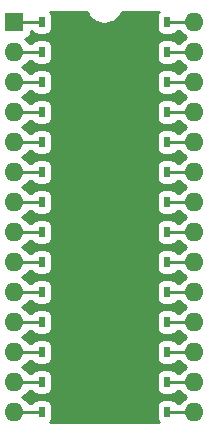
<source format=gbr>
G04 #@! TF.GenerationSoftware,KiCad,Pcbnew,(5.1.6)-1*
G04 #@! TF.CreationDate,2020-12-06T15:05:41+11:00*
G04 #@! TF.ProjectId,EAadaptor,45416164-6170-4746-9f72-2e6b69636164,rev?*
G04 #@! TF.SameCoordinates,Original*
G04 #@! TF.FileFunction,Copper,L2,Bot*
G04 #@! TF.FilePolarity,Positive*
%FSLAX46Y46*%
G04 Gerber Fmt 4.6, Leading zero omitted, Abs format (unit mm)*
G04 Created by KiCad (PCBNEW (5.1.6)-1) date 2020-12-06 15:05:41*
%MOMM*%
%LPD*%
G01*
G04 APERTURE LIST*
G04 #@! TA.AperFunction,ComponentPad*
%ADD10O,1.600000X1.600000*%
G04 #@! TD*
G04 #@! TA.AperFunction,ComponentPad*
%ADD11R,1.600000X1.600000*%
G04 #@! TD*
G04 #@! TA.AperFunction,SMDPad,CuDef*
%ADD12R,0.500000X0.900000*%
G04 #@! TD*
G04 #@! TA.AperFunction,Conductor*
%ADD13C,0.250000*%
G04 #@! TD*
G04 #@! TA.AperFunction,Conductor*
%ADD14C,0.254000*%
G04 #@! TD*
G04 APERTURE END LIST*
D10*
X153416000Y-78486000D03*
X138176000Y-111506000D03*
X153416000Y-81026000D03*
X138176000Y-108966000D03*
X153416000Y-83566000D03*
X138176000Y-106426000D03*
X153416000Y-86106000D03*
X138176000Y-103886000D03*
X153416000Y-88646000D03*
X138176000Y-101346000D03*
X153416000Y-91186000D03*
X138176000Y-98806000D03*
X153416000Y-93726000D03*
X138176000Y-96266000D03*
X153416000Y-96266000D03*
X138176000Y-93726000D03*
X153416000Y-98806000D03*
X138176000Y-91186000D03*
X153416000Y-101346000D03*
X138176000Y-88646000D03*
X153416000Y-103886000D03*
X138176000Y-86106000D03*
X153416000Y-106426000D03*
X138176000Y-83566000D03*
X153416000Y-108966000D03*
X138176000Y-81026000D03*
X153416000Y-111506000D03*
D11*
X138176000Y-78486000D03*
D12*
X149618000Y-78486000D03*
X151118000Y-78486000D03*
X141974000Y-111506000D03*
X140474000Y-111506000D03*
X151118000Y-81026000D03*
X149618000Y-81026000D03*
X149618000Y-83566000D03*
X151118000Y-83566000D03*
X151118000Y-86106000D03*
X149618000Y-86106000D03*
X149618000Y-88646000D03*
X151118000Y-88646000D03*
X151118000Y-91186000D03*
X149618000Y-91186000D03*
X149618000Y-93726000D03*
X151118000Y-93726000D03*
X151118000Y-96266000D03*
X149618000Y-96266000D03*
X149618000Y-98806000D03*
X151118000Y-98806000D03*
X151118000Y-101346000D03*
X149618000Y-101346000D03*
X149618000Y-103886000D03*
X151118000Y-103886000D03*
X151118000Y-106426000D03*
X149618000Y-106426000D03*
X149618000Y-108966000D03*
X151118000Y-108966000D03*
X151118000Y-111506000D03*
X149618000Y-111506000D03*
X140474000Y-108966000D03*
X141974000Y-108966000D03*
X141974000Y-106426000D03*
X140474000Y-106426000D03*
X140474000Y-103886000D03*
X141974000Y-103886000D03*
X141974000Y-101346000D03*
X140474000Y-101346000D03*
X140474000Y-98806000D03*
X141974000Y-98806000D03*
X141974000Y-96266000D03*
X140474000Y-96266000D03*
X140474000Y-93726000D03*
X141974000Y-93726000D03*
X141974000Y-91186000D03*
X140474000Y-91186000D03*
X140474000Y-88646000D03*
X141974000Y-88646000D03*
X141974000Y-86106000D03*
X140474000Y-86106000D03*
X140474000Y-83566000D03*
X141974000Y-83566000D03*
X141974000Y-81026000D03*
X140474000Y-81026000D03*
X140474000Y-78486000D03*
X141974000Y-78486000D03*
D13*
X153416000Y-81026000D02*
X151118000Y-81026000D01*
X153416000Y-83566000D02*
X151118000Y-83566000D01*
X153416000Y-86106000D02*
X151118000Y-86106000D01*
X153416000Y-88646000D02*
X151118000Y-88646000D01*
X153416000Y-91186000D02*
X151118000Y-91186000D01*
X153416000Y-93726000D02*
X151118000Y-93726000D01*
X153416000Y-96266000D02*
X151118000Y-96266000D01*
X153416000Y-98806000D02*
X151118000Y-98806000D01*
X153416000Y-101346000D02*
X151118000Y-101346000D01*
X153416000Y-103886000D02*
X151118000Y-103886000D01*
X153416000Y-106426000D02*
X151118000Y-106426000D01*
X153416000Y-108966000D02*
X151118000Y-108966000D01*
X153416000Y-111506000D02*
X151118000Y-111506000D01*
X138176000Y-108966000D02*
X140474000Y-108966000D01*
X138176000Y-106426000D02*
X140474000Y-106426000D01*
X138176000Y-103886000D02*
X140474000Y-103886000D01*
X138176000Y-101346000D02*
X140474000Y-101346000D01*
X138176000Y-98806000D02*
X140474000Y-98806000D01*
X138176000Y-96266000D02*
X140474000Y-96266000D01*
X138176000Y-93726000D02*
X140474000Y-93726000D01*
X138176000Y-91186000D02*
X140474000Y-91186000D01*
X138176000Y-88646000D02*
X140474000Y-88646000D01*
X138176000Y-86106000D02*
X140474000Y-86106000D01*
X138176000Y-83566000D02*
X140474000Y-83566000D01*
X138176000Y-81026000D02*
X140474000Y-81026000D01*
X138176000Y-78486000D02*
X140474000Y-78486000D01*
X138176000Y-111506000D02*
X140474000Y-111506000D01*
X151118000Y-78486000D02*
X153416000Y-78486000D01*
D14*
G36*
X144279414Y-77672099D02*
G01*
X144283797Y-77680205D01*
X144379324Y-77853966D01*
X144413130Y-77903338D01*
X144446221Y-77953144D01*
X144452095Y-77960245D01*
X144579552Y-78112142D01*
X144622263Y-78153968D01*
X144664441Y-78196442D01*
X144671583Y-78202266D01*
X144826116Y-78326515D01*
X144876170Y-78359269D01*
X144925765Y-78392722D01*
X144933901Y-78397048D01*
X145109625Y-78488914D01*
X145165078Y-78511318D01*
X145220233Y-78534503D01*
X145229055Y-78537166D01*
X145419276Y-78593151D01*
X145478010Y-78604355D01*
X145536633Y-78616389D01*
X145545805Y-78617288D01*
X145743277Y-78635259D01*
X145803094Y-78634841D01*
X145862911Y-78635259D01*
X145872083Y-78634359D01*
X146069284Y-78613632D01*
X146127834Y-78601613D01*
X146186639Y-78590396D01*
X146195461Y-78587732D01*
X146384882Y-78529097D01*
X146440009Y-78505924D01*
X146495492Y-78483507D01*
X146503629Y-78479181D01*
X146678052Y-78384870D01*
X146727636Y-78351425D01*
X146777699Y-78318665D01*
X146784840Y-78312841D01*
X146937624Y-78186446D01*
X146979744Y-78144031D01*
X147022513Y-78102149D01*
X147028387Y-78095048D01*
X147153711Y-77941386D01*
X147186803Y-77891577D01*
X147220610Y-77842205D01*
X147224993Y-77834098D01*
X147318084Y-77659020D01*
X147333342Y-77622000D01*
X150386298Y-77622000D01*
X150337463Y-77681506D01*
X150278498Y-77791820D01*
X150242188Y-77911518D01*
X150229928Y-78036000D01*
X150229928Y-78936000D01*
X150242188Y-79060482D01*
X150278498Y-79180180D01*
X150337463Y-79290494D01*
X150416815Y-79387185D01*
X150513506Y-79466537D01*
X150623820Y-79525502D01*
X150743518Y-79561812D01*
X150868000Y-79574072D01*
X151368000Y-79574072D01*
X151492482Y-79561812D01*
X151612180Y-79525502D01*
X151722494Y-79466537D01*
X151819185Y-79387185D01*
X151898537Y-79290494D01*
X151922320Y-79246000D01*
X152197957Y-79246000D01*
X152301363Y-79400759D01*
X152501241Y-79600637D01*
X152733759Y-79756000D01*
X152501241Y-79911363D01*
X152301363Y-80111241D01*
X152197957Y-80266000D01*
X151922320Y-80266000D01*
X151898537Y-80221506D01*
X151819185Y-80124815D01*
X151722494Y-80045463D01*
X151612180Y-79986498D01*
X151492482Y-79950188D01*
X151368000Y-79937928D01*
X150868000Y-79937928D01*
X150743518Y-79950188D01*
X150623820Y-79986498D01*
X150513506Y-80045463D01*
X150416815Y-80124815D01*
X150337463Y-80221506D01*
X150278498Y-80331820D01*
X150242188Y-80451518D01*
X150229928Y-80576000D01*
X150229928Y-81476000D01*
X150242188Y-81600482D01*
X150278498Y-81720180D01*
X150337463Y-81830494D01*
X150416815Y-81927185D01*
X150513506Y-82006537D01*
X150623820Y-82065502D01*
X150743518Y-82101812D01*
X150868000Y-82114072D01*
X151368000Y-82114072D01*
X151492482Y-82101812D01*
X151612180Y-82065502D01*
X151722494Y-82006537D01*
X151819185Y-81927185D01*
X151898537Y-81830494D01*
X151922320Y-81786000D01*
X152197957Y-81786000D01*
X152301363Y-81940759D01*
X152501241Y-82140637D01*
X152733759Y-82296000D01*
X152501241Y-82451363D01*
X152301363Y-82651241D01*
X152197957Y-82806000D01*
X151922320Y-82806000D01*
X151898537Y-82761506D01*
X151819185Y-82664815D01*
X151722494Y-82585463D01*
X151612180Y-82526498D01*
X151492482Y-82490188D01*
X151368000Y-82477928D01*
X150868000Y-82477928D01*
X150743518Y-82490188D01*
X150623820Y-82526498D01*
X150513506Y-82585463D01*
X150416815Y-82664815D01*
X150337463Y-82761506D01*
X150278498Y-82871820D01*
X150242188Y-82991518D01*
X150229928Y-83116000D01*
X150229928Y-84016000D01*
X150242188Y-84140482D01*
X150278498Y-84260180D01*
X150337463Y-84370494D01*
X150416815Y-84467185D01*
X150513506Y-84546537D01*
X150623820Y-84605502D01*
X150743518Y-84641812D01*
X150868000Y-84654072D01*
X151368000Y-84654072D01*
X151492482Y-84641812D01*
X151612180Y-84605502D01*
X151722494Y-84546537D01*
X151819185Y-84467185D01*
X151898537Y-84370494D01*
X151922320Y-84326000D01*
X152197957Y-84326000D01*
X152301363Y-84480759D01*
X152501241Y-84680637D01*
X152733759Y-84836000D01*
X152501241Y-84991363D01*
X152301363Y-85191241D01*
X152197957Y-85346000D01*
X151922320Y-85346000D01*
X151898537Y-85301506D01*
X151819185Y-85204815D01*
X151722494Y-85125463D01*
X151612180Y-85066498D01*
X151492482Y-85030188D01*
X151368000Y-85017928D01*
X150868000Y-85017928D01*
X150743518Y-85030188D01*
X150623820Y-85066498D01*
X150513506Y-85125463D01*
X150416815Y-85204815D01*
X150337463Y-85301506D01*
X150278498Y-85411820D01*
X150242188Y-85531518D01*
X150229928Y-85656000D01*
X150229928Y-86556000D01*
X150242188Y-86680482D01*
X150278498Y-86800180D01*
X150337463Y-86910494D01*
X150416815Y-87007185D01*
X150513506Y-87086537D01*
X150623820Y-87145502D01*
X150743518Y-87181812D01*
X150868000Y-87194072D01*
X151368000Y-87194072D01*
X151492482Y-87181812D01*
X151612180Y-87145502D01*
X151722494Y-87086537D01*
X151819185Y-87007185D01*
X151898537Y-86910494D01*
X151922320Y-86866000D01*
X152197957Y-86866000D01*
X152301363Y-87020759D01*
X152501241Y-87220637D01*
X152733759Y-87376000D01*
X152501241Y-87531363D01*
X152301363Y-87731241D01*
X152197957Y-87886000D01*
X151922320Y-87886000D01*
X151898537Y-87841506D01*
X151819185Y-87744815D01*
X151722494Y-87665463D01*
X151612180Y-87606498D01*
X151492482Y-87570188D01*
X151368000Y-87557928D01*
X150868000Y-87557928D01*
X150743518Y-87570188D01*
X150623820Y-87606498D01*
X150513506Y-87665463D01*
X150416815Y-87744815D01*
X150337463Y-87841506D01*
X150278498Y-87951820D01*
X150242188Y-88071518D01*
X150229928Y-88196000D01*
X150229928Y-89096000D01*
X150242188Y-89220482D01*
X150278498Y-89340180D01*
X150337463Y-89450494D01*
X150416815Y-89547185D01*
X150513506Y-89626537D01*
X150623820Y-89685502D01*
X150743518Y-89721812D01*
X150868000Y-89734072D01*
X151368000Y-89734072D01*
X151492482Y-89721812D01*
X151612180Y-89685502D01*
X151722494Y-89626537D01*
X151819185Y-89547185D01*
X151898537Y-89450494D01*
X151922320Y-89406000D01*
X152197957Y-89406000D01*
X152301363Y-89560759D01*
X152501241Y-89760637D01*
X152733759Y-89916000D01*
X152501241Y-90071363D01*
X152301363Y-90271241D01*
X152197957Y-90426000D01*
X151922320Y-90426000D01*
X151898537Y-90381506D01*
X151819185Y-90284815D01*
X151722494Y-90205463D01*
X151612180Y-90146498D01*
X151492482Y-90110188D01*
X151368000Y-90097928D01*
X150868000Y-90097928D01*
X150743518Y-90110188D01*
X150623820Y-90146498D01*
X150513506Y-90205463D01*
X150416815Y-90284815D01*
X150337463Y-90381506D01*
X150278498Y-90491820D01*
X150242188Y-90611518D01*
X150229928Y-90736000D01*
X150229928Y-91636000D01*
X150242188Y-91760482D01*
X150278498Y-91880180D01*
X150337463Y-91990494D01*
X150416815Y-92087185D01*
X150513506Y-92166537D01*
X150623820Y-92225502D01*
X150743518Y-92261812D01*
X150868000Y-92274072D01*
X151368000Y-92274072D01*
X151492482Y-92261812D01*
X151612180Y-92225502D01*
X151722494Y-92166537D01*
X151819185Y-92087185D01*
X151898537Y-91990494D01*
X151922320Y-91946000D01*
X152197957Y-91946000D01*
X152301363Y-92100759D01*
X152501241Y-92300637D01*
X152733759Y-92456000D01*
X152501241Y-92611363D01*
X152301363Y-92811241D01*
X152197957Y-92966000D01*
X151922320Y-92966000D01*
X151898537Y-92921506D01*
X151819185Y-92824815D01*
X151722494Y-92745463D01*
X151612180Y-92686498D01*
X151492482Y-92650188D01*
X151368000Y-92637928D01*
X150868000Y-92637928D01*
X150743518Y-92650188D01*
X150623820Y-92686498D01*
X150513506Y-92745463D01*
X150416815Y-92824815D01*
X150337463Y-92921506D01*
X150278498Y-93031820D01*
X150242188Y-93151518D01*
X150229928Y-93276000D01*
X150229928Y-94176000D01*
X150242188Y-94300482D01*
X150278498Y-94420180D01*
X150337463Y-94530494D01*
X150416815Y-94627185D01*
X150513506Y-94706537D01*
X150623820Y-94765502D01*
X150743518Y-94801812D01*
X150868000Y-94814072D01*
X151368000Y-94814072D01*
X151492482Y-94801812D01*
X151612180Y-94765502D01*
X151722494Y-94706537D01*
X151819185Y-94627185D01*
X151898537Y-94530494D01*
X151922320Y-94486000D01*
X152197957Y-94486000D01*
X152301363Y-94640759D01*
X152501241Y-94840637D01*
X152733759Y-94996000D01*
X152501241Y-95151363D01*
X152301363Y-95351241D01*
X152197957Y-95506000D01*
X151922320Y-95506000D01*
X151898537Y-95461506D01*
X151819185Y-95364815D01*
X151722494Y-95285463D01*
X151612180Y-95226498D01*
X151492482Y-95190188D01*
X151368000Y-95177928D01*
X150868000Y-95177928D01*
X150743518Y-95190188D01*
X150623820Y-95226498D01*
X150513506Y-95285463D01*
X150416815Y-95364815D01*
X150337463Y-95461506D01*
X150278498Y-95571820D01*
X150242188Y-95691518D01*
X150229928Y-95816000D01*
X150229928Y-96716000D01*
X150242188Y-96840482D01*
X150278498Y-96960180D01*
X150337463Y-97070494D01*
X150416815Y-97167185D01*
X150513506Y-97246537D01*
X150623820Y-97305502D01*
X150743518Y-97341812D01*
X150868000Y-97354072D01*
X151368000Y-97354072D01*
X151492482Y-97341812D01*
X151612180Y-97305502D01*
X151722494Y-97246537D01*
X151819185Y-97167185D01*
X151898537Y-97070494D01*
X151922320Y-97026000D01*
X152197957Y-97026000D01*
X152301363Y-97180759D01*
X152501241Y-97380637D01*
X152733759Y-97536000D01*
X152501241Y-97691363D01*
X152301363Y-97891241D01*
X152197957Y-98046000D01*
X151922320Y-98046000D01*
X151898537Y-98001506D01*
X151819185Y-97904815D01*
X151722494Y-97825463D01*
X151612180Y-97766498D01*
X151492482Y-97730188D01*
X151368000Y-97717928D01*
X150868000Y-97717928D01*
X150743518Y-97730188D01*
X150623820Y-97766498D01*
X150513506Y-97825463D01*
X150416815Y-97904815D01*
X150337463Y-98001506D01*
X150278498Y-98111820D01*
X150242188Y-98231518D01*
X150229928Y-98356000D01*
X150229928Y-99256000D01*
X150242188Y-99380482D01*
X150278498Y-99500180D01*
X150337463Y-99610494D01*
X150416815Y-99707185D01*
X150513506Y-99786537D01*
X150623820Y-99845502D01*
X150743518Y-99881812D01*
X150868000Y-99894072D01*
X151368000Y-99894072D01*
X151492482Y-99881812D01*
X151612180Y-99845502D01*
X151722494Y-99786537D01*
X151819185Y-99707185D01*
X151898537Y-99610494D01*
X151922320Y-99566000D01*
X152197957Y-99566000D01*
X152301363Y-99720759D01*
X152501241Y-99920637D01*
X152733759Y-100076000D01*
X152501241Y-100231363D01*
X152301363Y-100431241D01*
X152197957Y-100586000D01*
X151922320Y-100586000D01*
X151898537Y-100541506D01*
X151819185Y-100444815D01*
X151722494Y-100365463D01*
X151612180Y-100306498D01*
X151492482Y-100270188D01*
X151368000Y-100257928D01*
X150868000Y-100257928D01*
X150743518Y-100270188D01*
X150623820Y-100306498D01*
X150513506Y-100365463D01*
X150416815Y-100444815D01*
X150337463Y-100541506D01*
X150278498Y-100651820D01*
X150242188Y-100771518D01*
X150229928Y-100896000D01*
X150229928Y-101796000D01*
X150242188Y-101920482D01*
X150278498Y-102040180D01*
X150337463Y-102150494D01*
X150416815Y-102247185D01*
X150513506Y-102326537D01*
X150623820Y-102385502D01*
X150743518Y-102421812D01*
X150868000Y-102434072D01*
X151368000Y-102434072D01*
X151492482Y-102421812D01*
X151612180Y-102385502D01*
X151722494Y-102326537D01*
X151819185Y-102247185D01*
X151898537Y-102150494D01*
X151922320Y-102106000D01*
X152197957Y-102106000D01*
X152301363Y-102260759D01*
X152501241Y-102460637D01*
X152733759Y-102616000D01*
X152501241Y-102771363D01*
X152301363Y-102971241D01*
X152197957Y-103126000D01*
X151922320Y-103126000D01*
X151898537Y-103081506D01*
X151819185Y-102984815D01*
X151722494Y-102905463D01*
X151612180Y-102846498D01*
X151492482Y-102810188D01*
X151368000Y-102797928D01*
X150868000Y-102797928D01*
X150743518Y-102810188D01*
X150623820Y-102846498D01*
X150513506Y-102905463D01*
X150416815Y-102984815D01*
X150337463Y-103081506D01*
X150278498Y-103191820D01*
X150242188Y-103311518D01*
X150229928Y-103436000D01*
X150229928Y-104336000D01*
X150242188Y-104460482D01*
X150278498Y-104580180D01*
X150337463Y-104690494D01*
X150416815Y-104787185D01*
X150513506Y-104866537D01*
X150623820Y-104925502D01*
X150743518Y-104961812D01*
X150868000Y-104974072D01*
X151368000Y-104974072D01*
X151492482Y-104961812D01*
X151612180Y-104925502D01*
X151722494Y-104866537D01*
X151819185Y-104787185D01*
X151898537Y-104690494D01*
X151922320Y-104646000D01*
X152197957Y-104646000D01*
X152301363Y-104800759D01*
X152501241Y-105000637D01*
X152733759Y-105156000D01*
X152501241Y-105311363D01*
X152301363Y-105511241D01*
X152197957Y-105666000D01*
X151922320Y-105666000D01*
X151898537Y-105621506D01*
X151819185Y-105524815D01*
X151722494Y-105445463D01*
X151612180Y-105386498D01*
X151492482Y-105350188D01*
X151368000Y-105337928D01*
X150868000Y-105337928D01*
X150743518Y-105350188D01*
X150623820Y-105386498D01*
X150513506Y-105445463D01*
X150416815Y-105524815D01*
X150337463Y-105621506D01*
X150278498Y-105731820D01*
X150242188Y-105851518D01*
X150229928Y-105976000D01*
X150229928Y-106876000D01*
X150242188Y-107000482D01*
X150278498Y-107120180D01*
X150337463Y-107230494D01*
X150416815Y-107327185D01*
X150513506Y-107406537D01*
X150623820Y-107465502D01*
X150743518Y-107501812D01*
X150868000Y-107514072D01*
X151368000Y-107514072D01*
X151492482Y-107501812D01*
X151612180Y-107465502D01*
X151722494Y-107406537D01*
X151819185Y-107327185D01*
X151898537Y-107230494D01*
X151922320Y-107186000D01*
X152197957Y-107186000D01*
X152301363Y-107340759D01*
X152501241Y-107540637D01*
X152733759Y-107696000D01*
X152501241Y-107851363D01*
X152301363Y-108051241D01*
X152197957Y-108206000D01*
X151922320Y-108206000D01*
X151898537Y-108161506D01*
X151819185Y-108064815D01*
X151722494Y-107985463D01*
X151612180Y-107926498D01*
X151492482Y-107890188D01*
X151368000Y-107877928D01*
X150868000Y-107877928D01*
X150743518Y-107890188D01*
X150623820Y-107926498D01*
X150513506Y-107985463D01*
X150416815Y-108064815D01*
X150337463Y-108161506D01*
X150278498Y-108271820D01*
X150242188Y-108391518D01*
X150229928Y-108516000D01*
X150229928Y-109416000D01*
X150242188Y-109540482D01*
X150278498Y-109660180D01*
X150337463Y-109770494D01*
X150416815Y-109867185D01*
X150513506Y-109946537D01*
X150623820Y-110005502D01*
X150743518Y-110041812D01*
X150868000Y-110054072D01*
X151368000Y-110054072D01*
X151492482Y-110041812D01*
X151612180Y-110005502D01*
X151722494Y-109946537D01*
X151819185Y-109867185D01*
X151898537Y-109770494D01*
X151922320Y-109726000D01*
X152197957Y-109726000D01*
X152301363Y-109880759D01*
X152501241Y-110080637D01*
X152733759Y-110236000D01*
X152501241Y-110391363D01*
X152301363Y-110591241D01*
X152197957Y-110746000D01*
X151922320Y-110746000D01*
X151898537Y-110701506D01*
X151819185Y-110604815D01*
X151722494Y-110525463D01*
X151612180Y-110466498D01*
X151492482Y-110430188D01*
X151368000Y-110417928D01*
X150868000Y-110417928D01*
X150743518Y-110430188D01*
X150623820Y-110466498D01*
X150513506Y-110525463D01*
X150416815Y-110604815D01*
X150337463Y-110701506D01*
X150278498Y-110811820D01*
X150242188Y-110931518D01*
X150229928Y-111056000D01*
X150229928Y-111956000D01*
X150242188Y-112080482D01*
X150278498Y-112200180D01*
X150337463Y-112310494D01*
X150386298Y-112370000D01*
X141205702Y-112370000D01*
X141254537Y-112310494D01*
X141313502Y-112200180D01*
X141349812Y-112080482D01*
X141362072Y-111956000D01*
X141362072Y-111056000D01*
X141349812Y-110931518D01*
X141313502Y-110811820D01*
X141254537Y-110701506D01*
X141175185Y-110604815D01*
X141078494Y-110525463D01*
X140968180Y-110466498D01*
X140848482Y-110430188D01*
X140724000Y-110417928D01*
X140224000Y-110417928D01*
X140099518Y-110430188D01*
X139979820Y-110466498D01*
X139869506Y-110525463D01*
X139772815Y-110604815D01*
X139693463Y-110701506D01*
X139669680Y-110746000D01*
X139394043Y-110746000D01*
X139290637Y-110591241D01*
X139090759Y-110391363D01*
X138858241Y-110236000D01*
X139090759Y-110080637D01*
X139290637Y-109880759D01*
X139394043Y-109726000D01*
X139669680Y-109726000D01*
X139693463Y-109770494D01*
X139772815Y-109867185D01*
X139869506Y-109946537D01*
X139979820Y-110005502D01*
X140099518Y-110041812D01*
X140224000Y-110054072D01*
X140724000Y-110054072D01*
X140848482Y-110041812D01*
X140968180Y-110005502D01*
X141078494Y-109946537D01*
X141175185Y-109867185D01*
X141254537Y-109770494D01*
X141313502Y-109660180D01*
X141349812Y-109540482D01*
X141362072Y-109416000D01*
X141362072Y-108516000D01*
X141349812Y-108391518D01*
X141313502Y-108271820D01*
X141254537Y-108161506D01*
X141175185Y-108064815D01*
X141078494Y-107985463D01*
X140968180Y-107926498D01*
X140848482Y-107890188D01*
X140724000Y-107877928D01*
X140224000Y-107877928D01*
X140099518Y-107890188D01*
X139979820Y-107926498D01*
X139869506Y-107985463D01*
X139772815Y-108064815D01*
X139693463Y-108161506D01*
X139669680Y-108206000D01*
X139394043Y-108206000D01*
X139290637Y-108051241D01*
X139090759Y-107851363D01*
X138858241Y-107696000D01*
X139090759Y-107540637D01*
X139290637Y-107340759D01*
X139394043Y-107186000D01*
X139669680Y-107186000D01*
X139693463Y-107230494D01*
X139772815Y-107327185D01*
X139869506Y-107406537D01*
X139979820Y-107465502D01*
X140099518Y-107501812D01*
X140224000Y-107514072D01*
X140724000Y-107514072D01*
X140848482Y-107501812D01*
X140968180Y-107465502D01*
X141078494Y-107406537D01*
X141175185Y-107327185D01*
X141254537Y-107230494D01*
X141313502Y-107120180D01*
X141349812Y-107000482D01*
X141362072Y-106876000D01*
X141362072Y-105976000D01*
X141349812Y-105851518D01*
X141313502Y-105731820D01*
X141254537Y-105621506D01*
X141175185Y-105524815D01*
X141078494Y-105445463D01*
X140968180Y-105386498D01*
X140848482Y-105350188D01*
X140724000Y-105337928D01*
X140224000Y-105337928D01*
X140099518Y-105350188D01*
X139979820Y-105386498D01*
X139869506Y-105445463D01*
X139772815Y-105524815D01*
X139693463Y-105621506D01*
X139669680Y-105666000D01*
X139394043Y-105666000D01*
X139290637Y-105511241D01*
X139090759Y-105311363D01*
X138858241Y-105156000D01*
X139090759Y-105000637D01*
X139290637Y-104800759D01*
X139394043Y-104646000D01*
X139669680Y-104646000D01*
X139693463Y-104690494D01*
X139772815Y-104787185D01*
X139869506Y-104866537D01*
X139979820Y-104925502D01*
X140099518Y-104961812D01*
X140224000Y-104974072D01*
X140724000Y-104974072D01*
X140848482Y-104961812D01*
X140968180Y-104925502D01*
X141078494Y-104866537D01*
X141175185Y-104787185D01*
X141254537Y-104690494D01*
X141313502Y-104580180D01*
X141349812Y-104460482D01*
X141362072Y-104336000D01*
X141362072Y-103436000D01*
X141349812Y-103311518D01*
X141313502Y-103191820D01*
X141254537Y-103081506D01*
X141175185Y-102984815D01*
X141078494Y-102905463D01*
X140968180Y-102846498D01*
X140848482Y-102810188D01*
X140724000Y-102797928D01*
X140224000Y-102797928D01*
X140099518Y-102810188D01*
X139979820Y-102846498D01*
X139869506Y-102905463D01*
X139772815Y-102984815D01*
X139693463Y-103081506D01*
X139669680Y-103126000D01*
X139394043Y-103126000D01*
X139290637Y-102971241D01*
X139090759Y-102771363D01*
X138858241Y-102616000D01*
X139090759Y-102460637D01*
X139290637Y-102260759D01*
X139394043Y-102106000D01*
X139669680Y-102106000D01*
X139693463Y-102150494D01*
X139772815Y-102247185D01*
X139869506Y-102326537D01*
X139979820Y-102385502D01*
X140099518Y-102421812D01*
X140224000Y-102434072D01*
X140724000Y-102434072D01*
X140848482Y-102421812D01*
X140968180Y-102385502D01*
X141078494Y-102326537D01*
X141175185Y-102247185D01*
X141254537Y-102150494D01*
X141313502Y-102040180D01*
X141349812Y-101920482D01*
X141362072Y-101796000D01*
X141362072Y-100896000D01*
X141349812Y-100771518D01*
X141313502Y-100651820D01*
X141254537Y-100541506D01*
X141175185Y-100444815D01*
X141078494Y-100365463D01*
X140968180Y-100306498D01*
X140848482Y-100270188D01*
X140724000Y-100257928D01*
X140224000Y-100257928D01*
X140099518Y-100270188D01*
X139979820Y-100306498D01*
X139869506Y-100365463D01*
X139772815Y-100444815D01*
X139693463Y-100541506D01*
X139669680Y-100586000D01*
X139394043Y-100586000D01*
X139290637Y-100431241D01*
X139090759Y-100231363D01*
X138858241Y-100076000D01*
X139090759Y-99920637D01*
X139290637Y-99720759D01*
X139394043Y-99566000D01*
X139669680Y-99566000D01*
X139693463Y-99610494D01*
X139772815Y-99707185D01*
X139869506Y-99786537D01*
X139979820Y-99845502D01*
X140099518Y-99881812D01*
X140224000Y-99894072D01*
X140724000Y-99894072D01*
X140848482Y-99881812D01*
X140968180Y-99845502D01*
X141078494Y-99786537D01*
X141175185Y-99707185D01*
X141254537Y-99610494D01*
X141313502Y-99500180D01*
X141349812Y-99380482D01*
X141362072Y-99256000D01*
X141362072Y-98356000D01*
X141349812Y-98231518D01*
X141313502Y-98111820D01*
X141254537Y-98001506D01*
X141175185Y-97904815D01*
X141078494Y-97825463D01*
X140968180Y-97766498D01*
X140848482Y-97730188D01*
X140724000Y-97717928D01*
X140224000Y-97717928D01*
X140099518Y-97730188D01*
X139979820Y-97766498D01*
X139869506Y-97825463D01*
X139772815Y-97904815D01*
X139693463Y-98001506D01*
X139669680Y-98046000D01*
X139394043Y-98046000D01*
X139290637Y-97891241D01*
X139090759Y-97691363D01*
X138858241Y-97536000D01*
X139090759Y-97380637D01*
X139290637Y-97180759D01*
X139394043Y-97026000D01*
X139669680Y-97026000D01*
X139693463Y-97070494D01*
X139772815Y-97167185D01*
X139869506Y-97246537D01*
X139979820Y-97305502D01*
X140099518Y-97341812D01*
X140224000Y-97354072D01*
X140724000Y-97354072D01*
X140848482Y-97341812D01*
X140968180Y-97305502D01*
X141078494Y-97246537D01*
X141175185Y-97167185D01*
X141254537Y-97070494D01*
X141313502Y-96960180D01*
X141349812Y-96840482D01*
X141362072Y-96716000D01*
X141362072Y-95816000D01*
X141349812Y-95691518D01*
X141313502Y-95571820D01*
X141254537Y-95461506D01*
X141175185Y-95364815D01*
X141078494Y-95285463D01*
X140968180Y-95226498D01*
X140848482Y-95190188D01*
X140724000Y-95177928D01*
X140224000Y-95177928D01*
X140099518Y-95190188D01*
X139979820Y-95226498D01*
X139869506Y-95285463D01*
X139772815Y-95364815D01*
X139693463Y-95461506D01*
X139669680Y-95506000D01*
X139394043Y-95506000D01*
X139290637Y-95351241D01*
X139090759Y-95151363D01*
X138858241Y-94996000D01*
X139090759Y-94840637D01*
X139290637Y-94640759D01*
X139394043Y-94486000D01*
X139669680Y-94486000D01*
X139693463Y-94530494D01*
X139772815Y-94627185D01*
X139869506Y-94706537D01*
X139979820Y-94765502D01*
X140099518Y-94801812D01*
X140224000Y-94814072D01*
X140724000Y-94814072D01*
X140848482Y-94801812D01*
X140968180Y-94765502D01*
X141078494Y-94706537D01*
X141175185Y-94627185D01*
X141254537Y-94530494D01*
X141313502Y-94420180D01*
X141349812Y-94300482D01*
X141362072Y-94176000D01*
X141362072Y-93276000D01*
X141349812Y-93151518D01*
X141313502Y-93031820D01*
X141254537Y-92921506D01*
X141175185Y-92824815D01*
X141078494Y-92745463D01*
X140968180Y-92686498D01*
X140848482Y-92650188D01*
X140724000Y-92637928D01*
X140224000Y-92637928D01*
X140099518Y-92650188D01*
X139979820Y-92686498D01*
X139869506Y-92745463D01*
X139772815Y-92824815D01*
X139693463Y-92921506D01*
X139669680Y-92966000D01*
X139394043Y-92966000D01*
X139290637Y-92811241D01*
X139090759Y-92611363D01*
X138858241Y-92456000D01*
X139090759Y-92300637D01*
X139290637Y-92100759D01*
X139394043Y-91946000D01*
X139669680Y-91946000D01*
X139693463Y-91990494D01*
X139772815Y-92087185D01*
X139869506Y-92166537D01*
X139979820Y-92225502D01*
X140099518Y-92261812D01*
X140224000Y-92274072D01*
X140724000Y-92274072D01*
X140848482Y-92261812D01*
X140968180Y-92225502D01*
X141078494Y-92166537D01*
X141175185Y-92087185D01*
X141254537Y-91990494D01*
X141313502Y-91880180D01*
X141349812Y-91760482D01*
X141362072Y-91636000D01*
X141362072Y-90736000D01*
X141349812Y-90611518D01*
X141313502Y-90491820D01*
X141254537Y-90381506D01*
X141175185Y-90284815D01*
X141078494Y-90205463D01*
X140968180Y-90146498D01*
X140848482Y-90110188D01*
X140724000Y-90097928D01*
X140224000Y-90097928D01*
X140099518Y-90110188D01*
X139979820Y-90146498D01*
X139869506Y-90205463D01*
X139772815Y-90284815D01*
X139693463Y-90381506D01*
X139669680Y-90426000D01*
X139394043Y-90426000D01*
X139290637Y-90271241D01*
X139090759Y-90071363D01*
X138858241Y-89916000D01*
X139090759Y-89760637D01*
X139290637Y-89560759D01*
X139394043Y-89406000D01*
X139669680Y-89406000D01*
X139693463Y-89450494D01*
X139772815Y-89547185D01*
X139869506Y-89626537D01*
X139979820Y-89685502D01*
X140099518Y-89721812D01*
X140224000Y-89734072D01*
X140724000Y-89734072D01*
X140848482Y-89721812D01*
X140968180Y-89685502D01*
X141078494Y-89626537D01*
X141175185Y-89547185D01*
X141254537Y-89450494D01*
X141313502Y-89340180D01*
X141349812Y-89220482D01*
X141362072Y-89096000D01*
X141362072Y-88196000D01*
X141349812Y-88071518D01*
X141313502Y-87951820D01*
X141254537Y-87841506D01*
X141175185Y-87744815D01*
X141078494Y-87665463D01*
X140968180Y-87606498D01*
X140848482Y-87570188D01*
X140724000Y-87557928D01*
X140224000Y-87557928D01*
X140099518Y-87570188D01*
X139979820Y-87606498D01*
X139869506Y-87665463D01*
X139772815Y-87744815D01*
X139693463Y-87841506D01*
X139669680Y-87886000D01*
X139394043Y-87886000D01*
X139290637Y-87731241D01*
X139090759Y-87531363D01*
X138858241Y-87376000D01*
X139090759Y-87220637D01*
X139290637Y-87020759D01*
X139394043Y-86866000D01*
X139669680Y-86866000D01*
X139693463Y-86910494D01*
X139772815Y-87007185D01*
X139869506Y-87086537D01*
X139979820Y-87145502D01*
X140099518Y-87181812D01*
X140224000Y-87194072D01*
X140724000Y-87194072D01*
X140848482Y-87181812D01*
X140968180Y-87145502D01*
X141078494Y-87086537D01*
X141175185Y-87007185D01*
X141254537Y-86910494D01*
X141313502Y-86800180D01*
X141349812Y-86680482D01*
X141362072Y-86556000D01*
X141362072Y-85656000D01*
X141349812Y-85531518D01*
X141313502Y-85411820D01*
X141254537Y-85301506D01*
X141175185Y-85204815D01*
X141078494Y-85125463D01*
X140968180Y-85066498D01*
X140848482Y-85030188D01*
X140724000Y-85017928D01*
X140224000Y-85017928D01*
X140099518Y-85030188D01*
X139979820Y-85066498D01*
X139869506Y-85125463D01*
X139772815Y-85204815D01*
X139693463Y-85301506D01*
X139669680Y-85346000D01*
X139394043Y-85346000D01*
X139290637Y-85191241D01*
X139090759Y-84991363D01*
X138858241Y-84836000D01*
X139090759Y-84680637D01*
X139290637Y-84480759D01*
X139394043Y-84326000D01*
X139669680Y-84326000D01*
X139693463Y-84370494D01*
X139772815Y-84467185D01*
X139869506Y-84546537D01*
X139979820Y-84605502D01*
X140099518Y-84641812D01*
X140224000Y-84654072D01*
X140724000Y-84654072D01*
X140848482Y-84641812D01*
X140968180Y-84605502D01*
X141078494Y-84546537D01*
X141175185Y-84467185D01*
X141254537Y-84370494D01*
X141313502Y-84260180D01*
X141349812Y-84140482D01*
X141362072Y-84016000D01*
X141362072Y-83116000D01*
X141349812Y-82991518D01*
X141313502Y-82871820D01*
X141254537Y-82761506D01*
X141175185Y-82664815D01*
X141078494Y-82585463D01*
X140968180Y-82526498D01*
X140848482Y-82490188D01*
X140724000Y-82477928D01*
X140224000Y-82477928D01*
X140099518Y-82490188D01*
X139979820Y-82526498D01*
X139869506Y-82585463D01*
X139772815Y-82664815D01*
X139693463Y-82761506D01*
X139669680Y-82806000D01*
X139394043Y-82806000D01*
X139290637Y-82651241D01*
X139090759Y-82451363D01*
X138858241Y-82296000D01*
X139090759Y-82140637D01*
X139290637Y-81940759D01*
X139394043Y-81786000D01*
X139669680Y-81786000D01*
X139693463Y-81830494D01*
X139772815Y-81927185D01*
X139869506Y-82006537D01*
X139979820Y-82065502D01*
X140099518Y-82101812D01*
X140224000Y-82114072D01*
X140724000Y-82114072D01*
X140848482Y-82101812D01*
X140968180Y-82065502D01*
X141078494Y-82006537D01*
X141175185Y-81927185D01*
X141254537Y-81830494D01*
X141313502Y-81720180D01*
X141349812Y-81600482D01*
X141362072Y-81476000D01*
X141362072Y-80576000D01*
X141349812Y-80451518D01*
X141313502Y-80331820D01*
X141254537Y-80221506D01*
X141175185Y-80124815D01*
X141078494Y-80045463D01*
X140968180Y-79986498D01*
X140848482Y-79950188D01*
X140724000Y-79937928D01*
X140224000Y-79937928D01*
X140099518Y-79950188D01*
X139979820Y-79986498D01*
X139869506Y-80045463D01*
X139772815Y-80124815D01*
X139693463Y-80221506D01*
X139669680Y-80266000D01*
X139394043Y-80266000D01*
X139290637Y-80111241D01*
X139092039Y-79912643D01*
X139100482Y-79911812D01*
X139220180Y-79875502D01*
X139330494Y-79816537D01*
X139427185Y-79737185D01*
X139506537Y-79640494D01*
X139565502Y-79530180D01*
X139601812Y-79410482D01*
X139614072Y-79286000D01*
X139614072Y-79246000D01*
X139669680Y-79246000D01*
X139693463Y-79290494D01*
X139772815Y-79387185D01*
X139869506Y-79466537D01*
X139979820Y-79525502D01*
X140099518Y-79561812D01*
X140224000Y-79574072D01*
X140724000Y-79574072D01*
X140848482Y-79561812D01*
X140968180Y-79525502D01*
X141078494Y-79466537D01*
X141175185Y-79387185D01*
X141254537Y-79290494D01*
X141313502Y-79180180D01*
X141349812Y-79060482D01*
X141362072Y-78936000D01*
X141362072Y-78036000D01*
X141349812Y-77911518D01*
X141313502Y-77791820D01*
X141254537Y-77681506D01*
X141205702Y-77622000D01*
X144258764Y-77622000D01*
X144279414Y-77672099D01*
G37*
X144279414Y-77672099D02*
X144283797Y-77680205D01*
X144379324Y-77853966D01*
X144413130Y-77903338D01*
X144446221Y-77953144D01*
X144452095Y-77960245D01*
X144579552Y-78112142D01*
X144622263Y-78153968D01*
X144664441Y-78196442D01*
X144671583Y-78202266D01*
X144826116Y-78326515D01*
X144876170Y-78359269D01*
X144925765Y-78392722D01*
X144933901Y-78397048D01*
X145109625Y-78488914D01*
X145165078Y-78511318D01*
X145220233Y-78534503D01*
X145229055Y-78537166D01*
X145419276Y-78593151D01*
X145478010Y-78604355D01*
X145536633Y-78616389D01*
X145545805Y-78617288D01*
X145743277Y-78635259D01*
X145803094Y-78634841D01*
X145862911Y-78635259D01*
X145872083Y-78634359D01*
X146069284Y-78613632D01*
X146127834Y-78601613D01*
X146186639Y-78590396D01*
X146195461Y-78587732D01*
X146384882Y-78529097D01*
X146440009Y-78505924D01*
X146495492Y-78483507D01*
X146503629Y-78479181D01*
X146678052Y-78384870D01*
X146727636Y-78351425D01*
X146777699Y-78318665D01*
X146784840Y-78312841D01*
X146937624Y-78186446D01*
X146979744Y-78144031D01*
X147022513Y-78102149D01*
X147028387Y-78095048D01*
X147153711Y-77941386D01*
X147186803Y-77891577D01*
X147220610Y-77842205D01*
X147224993Y-77834098D01*
X147318084Y-77659020D01*
X147333342Y-77622000D01*
X150386298Y-77622000D01*
X150337463Y-77681506D01*
X150278498Y-77791820D01*
X150242188Y-77911518D01*
X150229928Y-78036000D01*
X150229928Y-78936000D01*
X150242188Y-79060482D01*
X150278498Y-79180180D01*
X150337463Y-79290494D01*
X150416815Y-79387185D01*
X150513506Y-79466537D01*
X150623820Y-79525502D01*
X150743518Y-79561812D01*
X150868000Y-79574072D01*
X151368000Y-79574072D01*
X151492482Y-79561812D01*
X151612180Y-79525502D01*
X151722494Y-79466537D01*
X151819185Y-79387185D01*
X151898537Y-79290494D01*
X151922320Y-79246000D01*
X152197957Y-79246000D01*
X152301363Y-79400759D01*
X152501241Y-79600637D01*
X152733759Y-79756000D01*
X152501241Y-79911363D01*
X152301363Y-80111241D01*
X152197957Y-80266000D01*
X151922320Y-80266000D01*
X151898537Y-80221506D01*
X151819185Y-80124815D01*
X151722494Y-80045463D01*
X151612180Y-79986498D01*
X151492482Y-79950188D01*
X151368000Y-79937928D01*
X150868000Y-79937928D01*
X150743518Y-79950188D01*
X150623820Y-79986498D01*
X150513506Y-80045463D01*
X150416815Y-80124815D01*
X150337463Y-80221506D01*
X150278498Y-80331820D01*
X150242188Y-80451518D01*
X150229928Y-80576000D01*
X150229928Y-81476000D01*
X150242188Y-81600482D01*
X150278498Y-81720180D01*
X150337463Y-81830494D01*
X150416815Y-81927185D01*
X150513506Y-82006537D01*
X150623820Y-82065502D01*
X150743518Y-82101812D01*
X150868000Y-82114072D01*
X151368000Y-82114072D01*
X151492482Y-82101812D01*
X151612180Y-82065502D01*
X151722494Y-82006537D01*
X151819185Y-81927185D01*
X151898537Y-81830494D01*
X151922320Y-81786000D01*
X152197957Y-81786000D01*
X152301363Y-81940759D01*
X152501241Y-82140637D01*
X152733759Y-82296000D01*
X152501241Y-82451363D01*
X152301363Y-82651241D01*
X152197957Y-82806000D01*
X151922320Y-82806000D01*
X151898537Y-82761506D01*
X151819185Y-82664815D01*
X151722494Y-82585463D01*
X151612180Y-82526498D01*
X151492482Y-82490188D01*
X151368000Y-82477928D01*
X150868000Y-82477928D01*
X150743518Y-82490188D01*
X150623820Y-82526498D01*
X150513506Y-82585463D01*
X150416815Y-82664815D01*
X150337463Y-82761506D01*
X150278498Y-82871820D01*
X150242188Y-82991518D01*
X150229928Y-83116000D01*
X150229928Y-84016000D01*
X150242188Y-84140482D01*
X150278498Y-84260180D01*
X150337463Y-84370494D01*
X150416815Y-84467185D01*
X150513506Y-84546537D01*
X150623820Y-84605502D01*
X150743518Y-84641812D01*
X150868000Y-84654072D01*
X151368000Y-84654072D01*
X151492482Y-84641812D01*
X151612180Y-84605502D01*
X151722494Y-84546537D01*
X151819185Y-84467185D01*
X151898537Y-84370494D01*
X151922320Y-84326000D01*
X152197957Y-84326000D01*
X152301363Y-84480759D01*
X152501241Y-84680637D01*
X152733759Y-84836000D01*
X152501241Y-84991363D01*
X152301363Y-85191241D01*
X152197957Y-85346000D01*
X151922320Y-85346000D01*
X151898537Y-85301506D01*
X151819185Y-85204815D01*
X151722494Y-85125463D01*
X151612180Y-85066498D01*
X151492482Y-85030188D01*
X151368000Y-85017928D01*
X150868000Y-85017928D01*
X150743518Y-85030188D01*
X150623820Y-85066498D01*
X150513506Y-85125463D01*
X150416815Y-85204815D01*
X150337463Y-85301506D01*
X150278498Y-85411820D01*
X150242188Y-85531518D01*
X150229928Y-85656000D01*
X150229928Y-86556000D01*
X150242188Y-86680482D01*
X150278498Y-86800180D01*
X150337463Y-86910494D01*
X150416815Y-87007185D01*
X150513506Y-87086537D01*
X150623820Y-87145502D01*
X150743518Y-87181812D01*
X150868000Y-87194072D01*
X151368000Y-87194072D01*
X151492482Y-87181812D01*
X151612180Y-87145502D01*
X151722494Y-87086537D01*
X151819185Y-87007185D01*
X151898537Y-86910494D01*
X151922320Y-86866000D01*
X152197957Y-86866000D01*
X152301363Y-87020759D01*
X152501241Y-87220637D01*
X152733759Y-87376000D01*
X152501241Y-87531363D01*
X152301363Y-87731241D01*
X152197957Y-87886000D01*
X151922320Y-87886000D01*
X151898537Y-87841506D01*
X151819185Y-87744815D01*
X151722494Y-87665463D01*
X151612180Y-87606498D01*
X151492482Y-87570188D01*
X151368000Y-87557928D01*
X150868000Y-87557928D01*
X150743518Y-87570188D01*
X150623820Y-87606498D01*
X150513506Y-87665463D01*
X150416815Y-87744815D01*
X150337463Y-87841506D01*
X150278498Y-87951820D01*
X150242188Y-88071518D01*
X150229928Y-88196000D01*
X150229928Y-89096000D01*
X150242188Y-89220482D01*
X150278498Y-89340180D01*
X150337463Y-89450494D01*
X150416815Y-89547185D01*
X150513506Y-89626537D01*
X150623820Y-89685502D01*
X150743518Y-89721812D01*
X150868000Y-89734072D01*
X151368000Y-89734072D01*
X151492482Y-89721812D01*
X151612180Y-89685502D01*
X151722494Y-89626537D01*
X151819185Y-89547185D01*
X151898537Y-89450494D01*
X151922320Y-89406000D01*
X152197957Y-89406000D01*
X152301363Y-89560759D01*
X152501241Y-89760637D01*
X152733759Y-89916000D01*
X152501241Y-90071363D01*
X152301363Y-90271241D01*
X152197957Y-90426000D01*
X151922320Y-90426000D01*
X151898537Y-90381506D01*
X151819185Y-90284815D01*
X151722494Y-90205463D01*
X151612180Y-90146498D01*
X151492482Y-90110188D01*
X151368000Y-90097928D01*
X150868000Y-90097928D01*
X150743518Y-90110188D01*
X150623820Y-90146498D01*
X150513506Y-90205463D01*
X150416815Y-90284815D01*
X150337463Y-90381506D01*
X150278498Y-90491820D01*
X150242188Y-90611518D01*
X150229928Y-90736000D01*
X150229928Y-91636000D01*
X150242188Y-91760482D01*
X150278498Y-91880180D01*
X150337463Y-91990494D01*
X150416815Y-92087185D01*
X150513506Y-92166537D01*
X150623820Y-92225502D01*
X150743518Y-92261812D01*
X150868000Y-92274072D01*
X151368000Y-92274072D01*
X151492482Y-92261812D01*
X151612180Y-92225502D01*
X151722494Y-92166537D01*
X151819185Y-92087185D01*
X151898537Y-91990494D01*
X151922320Y-91946000D01*
X152197957Y-91946000D01*
X152301363Y-92100759D01*
X152501241Y-92300637D01*
X152733759Y-92456000D01*
X152501241Y-92611363D01*
X152301363Y-92811241D01*
X152197957Y-92966000D01*
X151922320Y-92966000D01*
X151898537Y-92921506D01*
X151819185Y-92824815D01*
X151722494Y-92745463D01*
X151612180Y-92686498D01*
X151492482Y-92650188D01*
X151368000Y-92637928D01*
X150868000Y-92637928D01*
X150743518Y-92650188D01*
X150623820Y-92686498D01*
X150513506Y-92745463D01*
X150416815Y-92824815D01*
X150337463Y-92921506D01*
X150278498Y-93031820D01*
X150242188Y-93151518D01*
X150229928Y-93276000D01*
X150229928Y-94176000D01*
X150242188Y-94300482D01*
X150278498Y-94420180D01*
X150337463Y-94530494D01*
X150416815Y-94627185D01*
X150513506Y-94706537D01*
X150623820Y-94765502D01*
X150743518Y-94801812D01*
X150868000Y-94814072D01*
X151368000Y-94814072D01*
X151492482Y-94801812D01*
X151612180Y-94765502D01*
X151722494Y-94706537D01*
X151819185Y-94627185D01*
X151898537Y-94530494D01*
X151922320Y-94486000D01*
X152197957Y-94486000D01*
X152301363Y-94640759D01*
X152501241Y-94840637D01*
X152733759Y-94996000D01*
X152501241Y-95151363D01*
X152301363Y-95351241D01*
X152197957Y-95506000D01*
X151922320Y-95506000D01*
X151898537Y-95461506D01*
X151819185Y-95364815D01*
X151722494Y-95285463D01*
X151612180Y-95226498D01*
X151492482Y-95190188D01*
X151368000Y-95177928D01*
X150868000Y-95177928D01*
X150743518Y-95190188D01*
X150623820Y-95226498D01*
X150513506Y-95285463D01*
X150416815Y-95364815D01*
X150337463Y-95461506D01*
X150278498Y-95571820D01*
X150242188Y-95691518D01*
X150229928Y-95816000D01*
X150229928Y-96716000D01*
X150242188Y-96840482D01*
X150278498Y-96960180D01*
X150337463Y-97070494D01*
X150416815Y-97167185D01*
X150513506Y-97246537D01*
X150623820Y-97305502D01*
X150743518Y-97341812D01*
X150868000Y-97354072D01*
X151368000Y-97354072D01*
X151492482Y-97341812D01*
X151612180Y-97305502D01*
X151722494Y-97246537D01*
X151819185Y-97167185D01*
X151898537Y-97070494D01*
X151922320Y-97026000D01*
X152197957Y-97026000D01*
X152301363Y-97180759D01*
X152501241Y-97380637D01*
X152733759Y-97536000D01*
X152501241Y-97691363D01*
X152301363Y-97891241D01*
X152197957Y-98046000D01*
X151922320Y-98046000D01*
X151898537Y-98001506D01*
X151819185Y-97904815D01*
X151722494Y-97825463D01*
X151612180Y-97766498D01*
X151492482Y-97730188D01*
X151368000Y-97717928D01*
X150868000Y-97717928D01*
X150743518Y-97730188D01*
X150623820Y-97766498D01*
X150513506Y-97825463D01*
X150416815Y-97904815D01*
X150337463Y-98001506D01*
X150278498Y-98111820D01*
X150242188Y-98231518D01*
X150229928Y-98356000D01*
X150229928Y-99256000D01*
X150242188Y-99380482D01*
X150278498Y-99500180D01*
X150337463Y-99610494D01*
X150416815Y-99707185D01*
X150513506Y-99786537D01*
X150623820Y-99845502D01*
X150743518Y-99881812D01*
X150868000Y-99894072D01*
X151368000Y-99894072D01*
X151492482Y-99881812D01*
X151612180Y-99845502D01*
X151722494Y-99786537D01*
X151819185Y-99707185D01*
X151898537Y-99610494D01*
X151922320Y-99566000D01*
X152197957Y-99566000D01*
X152301363Y-99720759D01*
X152501241Y-99920637D01*
X152733759Y-100076000D01*
X152501241Y-100231363D01*
X152301363Y-100431241D01*
X152197957Y-100586000D01*
X151922320Y-100586000D01*
X151898537Y-100541506D01*
X151819185Y-100444815D01*
X151722494Y-100365463D01*
X151612180Y-100306498D01*
X151492482Y-100270188D01*
X151368000Y-100257928D01*
X150868000Y-100257928D01*
X150743518Y-100270188D01*
X150623820Y-100306498D01*
X150513506Y-100365463D01*
X150416815Y-100444815D01*
X150337463Y-100541506D01*
X150278498Y-100651820D01*
X150242188Y-100771518D01*
X150229928Y-100896000D01*
X150229928Y-101796000D01*
X150242188Y-101920482D01*
X150278498Y-102040180D01*
X150337463Y-102150494D01*
X150416815Y-102247185D01*
X150513506Y-102326537D01*
X150623820Y-102385502D01*
X150743518Y-102421812D01*
X150868000Y-102434072D01*
X151368000Y-102434072D01*
X151492482Y-102421812D01*
X151612180Y-102385502D01*
X151722494Y-102326537D01*
X151819185Y-102247185D01*
X151898537Y-102150494D01*
X151922320Y-102106000D01*
X152197957Y-102106000D01*
X152301363Y-102260759D01*
X152501241Y-102460637D01*
X152733759Y-102616000D01*
X152501241Y-102771363D01*
X152301363Y-102971241D01*
X152197957Y-103126000D01*
X151922320Y-103126000D01*
X151898537Y-103081506D01*
X151819185Y-102984815D01*
X151722494Y-102905463D01*
X151612180Y-102846498D01*
X151492482Y-102810188D01*
X151368000Y-102797928D01*
X150868000Y-102797928D01*
X150743518Y-102810188D01*
X150623820Y-102846498D01*
X150513506Y-102905463D01*
X150416815Y-102984815D01*
X150337463Y-103081506D01*
X150278498Y-103191820D01*
X150242188Y-103311518D01*
X150229928Y-103436000D01*
X150229928Y-104336000D01*
X150242188Y-104460482D01*
X150278498Y-104580180D01*
X150337463Y-104690494D01*
X150416815Y-104787185D01*
X150513506Y-104866537D01*
X150623820Y-104925502D01*
X150743518Y-104961812D01*
X150868000Y-104974072D01*
X151368000Y-104974072D01*
X151492482Y-104961812D01*
X151612180Y-104925502D01*
X151722494Y-104866537D01*
X151819185Y-104787185D01*
X151898537Y-104690494D01*
X151922320Y-104646000D01*
X152197957Y-104646000D01*
X152301363Y-104800759D01*
X152501241Y-105000637D01*
X152733759Y-105156000D01*
X152501241Y-105311363D01*
X152301363Y-105511241D01*
X152197957Y-105666000D01*
X151922320Y-105666000D01*
X151898537Y-105621506D01*
X151819185Y-105524815D01*
X151722494Y-105445463D01*
X151612180Y-105386498D01*
X151492482Y-105350188D01*
X151368000Y-105337928D01*
X150868000Y-105337928D01*
X150743518Y-105350188D01*
X150623820Y-105386498D01*
X150513506Y-105445463D01*
X150416815Y-105524815D01*
X150337463Y-105621506D01*
X150278498Y-105731820D01*
X150242188Y-105851518D01*
X150229928Y-105976000D01*
X150229928Y-106876000D01*
X150242188Y-107000482D01*
X150278498Y-107120180D01*
X150337463Y-107230494D01*
X150416815Y-107327185D01*
X150513506Y-107406537D01*
X150623820Y-107465502D01*
X150743518Y-107501812D01*
X150868000Y-107514072D01*
X151368000Y-107514072D01*
X151492482Y-107501812D01*
X151612180Y-107465502D01*
X151722494Y-107406537D01*
X151819185Y-107327185D01*
X151898537Y-107230494D01*
X151922320Y-107186000D01*
X152197957Y-107186000D01*
X152301363Y-107340759D01*
X152501241Y-107540637D01*
X152733759Y-107696000D01*
X152501241Y-107851363D01*
X152301363Y-108051241D01*
X152197957Y-108206000D01*
X151922320Y-108206000D01*
X151898537Y-108161506D01*
X151819185Y-108064815D01*
X151722494Y-107985463D01*
X151612180Y-107926498D01*
X151492482Y-107890188D01*
X151368000Y-107877928D01*
X150868000Y-107877928D01*
X150743518Y-107890188D01*
X150623820Y-107926498D01*
X150513506Y-107985463D01*
X150416815Y-108064815D01*
X150337463Y-108161506D01*
X150278498Y-108271820D01*
X150242188Y-108391518D01*
X150229928Y-108516000D01*
X150229928Y-109416000D01*
X150242188Y-109540482D01*
X150278498Y-109660180D01*
X150337463Y-109770494D01*
X150416815Y-109867185D01*
X150513506Y-109946537D01*
X150623820Y-110005502D01*
X150743518Y-110041812D01*
X150868000Y-110054072D01*
X151368000Y-110054072D01*
X151492482Y-110041812D01*
X151612180Y-110005502D01*
X151722494Y-109946537D01*
X151819185Y-109867185D01*
X151898537Y-109770494D01*
X151922320Y-109726000D01*
X152197957Y-109726000D01*
X152301363Y-109880759D01*
X152501241Y-110080637D01*
X152733759Y-110236000D01*
X152501241Y-110391363D01*
X152301363Y-110591241D01*
X152197957Y-110746000D01*
X151922320Y-110746000D01*
X151898537Y-110701506D01*
X151819185Y-110604815D01*
X151722494Y-110525463D01*
X151612180Y-110466498D01*
X151492482Y-110430188D01*
X151368000Y-110417928D01*
X150868000Y-110417928D01*
X150743518Y-110430188D01*
X150623820Y-110466498D01*
X150513506Y-110525463D01*
X150416815Y-110604815D01*
X150337463Y-110701506D01*
X150278498Y-110811820D01*
X150242188Y-110931518D01*
X150229928Y-111056000D01*
X150229928Y-111956000D01*
X150242188Y-112080482D01*
X150278498Y-112200180D01*
X150337463Y-112310494D01*
X150386298Y-112370000D01*
X141205702Y-112370000D01*
X141254537Y-112310494D01*
X141313502Y-112200180D01*
X141349812Y-112080482D01*
X141362072Y-111956000D01*
X141362072Y-111056000D01*
X141349812Y-110931518D01*
X141313502Y-110811820D01*
X141254537Y-110701506D01*
X141175185Y-110604815D01*
X141078494Y-110525463D01*
X140968180Y-110466498D01*
X140848482Y-110430188D01*
X140724000Y-110417928D01*
X140224000Y-110417928D01*
X140099518Y-110430188D01*
X139979820Y-110466498D01*
X139869506Y-110525463D01*
X139772815Y-110604815D01*
X139693463Y-110701506D01*
X139669680Y-110746000D01*
X139394043Y-110746000D01*
X139290637Y-110591241D01*
X139090759Y-110391363D01*
X138858241Y-110236000D01*
X139090759Y-110080637D01*
X139290637Y-109880759D01*
X139394043Y-109726000D01*
X139669680Y-109726000D01*
X139693463Y-109770494D01*
X139772815Y-109867185D01*
X139869506Y-109946537D01*
X139979820Y-110005502D01*
X140099518Y-110041812D01*
X140224000Y-110054072D01*
X140724000Y-110054072D01*
X140848482Y-110041812D01*
X140968180Y-110005502D01*
X141078494Y-109946537D01*
X141175185Y-109867185D01*
X141254537Y-109770494D01*
X141313502Y-109660180D01*
X141349812Y-109540482D01*
X141362072Y-109416000D01*
X141362072Y-108516000D01*
X141349812Y-108391518D01*
X141313502Y-108271820D01*
X141254537Y-108161506D01*
X141175185Y-108064815D01*
X141078494Y-107985463D01*
X140968180Y-107926498D01*
X140848482Y-107890188D01*
X140724000Y-107877928D01*
X140224000Y-107877928D01*
X140099518Y-107890188D01*
X139979820Y-107926498D01*
X139869506Y-107985463D01*
X139772815Y-108064815D01*
X139693463Y-108161506D01*
X139669680Y-108206000D01*
X139394043Y-108206000D01*
X139290637Y-108051241D01*
X139090759Y-107851363D01*
X138858241Y-107696000D01*
X139090759Y-107540637D01*
X139290637Y-107340759D01*
X139394043Y-107186000D01*
X139669680Y-107186000D01*
X139693463Y-107230494D01*
X139772815Y-107327185D01*
X139869506Y-107406537D01*
X139979820Y-107465502D01*
X140099518Y-107501812D01*
X140224000Y-107514072D01*
X140724000Y-107514072D01*
X140848482Y-107501812D01*
X140968180Y-107465502D01*
X141078494Y-107406537D01*
X141175185Y-107327185D01*
X141254537Y-107230494D01*
X141313502Y-107120180D01*
X141349812Y-107000482D01*
X141362072Y-106876000D01*
X141362072Y-105976000D01*
X141349812Y-105851518D01*
X141313502Y-105731820D01*
X141254537Y-105621506D01*
X141175185Y-105524815D01*
X141078494Y-105445463D01*
X140968180Y-105386498D01*
X140848482Y-105350188D01*
X140724000Y-105337928D01*
X140224000Y-105337928D01*
X140099518Y-105350188D01*
X139979820Y-105386498D01*
X139869506Y-105445463D01*
X139772815Y-105524815D01*
X139693463Y-105621506D01*
X139669680Y-105666000D01*
X139394043Y-105666000D01*
X139290637Y-105511241D01*
X139090759Y-105311363D01*
X138858241Y-105156000D01*
X139090759Y-105000637D01*
X139290637Y-104800759D01*
X139394043Y-104646000D01*
X139669680Y-104646000D01*
X139693463Y-104690494D01*
X139772815Y-104787185D01*
X139869506Y-104866537D01*
X139979820Y-104925502D01*
X140099518Y-104961812D01*
X140224000Y-104974072D01*
X140724000Y-104974072D01*
X140848482Y-104961812D01*
X140968180Y-104925502D01*
X141078494Y-104866537D01*
X141175185Y-104787185D01*
X141254537Y-104690494D01*
X141313502Y-104580180D01*
X141349812Y-104460482D01*
X141362072Y-104336000D01*
X141362072Y-103436000D01*
X141349812Y-103311518D01*
X141313502Y-103191820D01*
X141254537Y-103081506D01*
X141175185Y-102984815D01*
X141078494Y-102905463D01*
X140968180Y-102846498D01*
X140848482Y-102810188D01*
X140724000Y-102797928D01*
X140224000Y-102797928D01*
X140099518Y-102810188D01*
X139979820Y-102846498D01*
X139869506Y-102905463D01*
X139772815Y-102984815D01*
X139693463Y-103081506D01*
X139669680Y-103126000D01*
X139394043Y-103126000D01*
X139290637Y-102971241D01*
X139090759Y-102771363D01*
X138858241Y-102616000D01*
X139090759Y-102460637D01*
X139290637Y-102260759D01*
X139394043Y-102106000D01*
X139669680Y-102106000D01*
X139693463Y-102150494D01*
X139772815Y-102247185D01*
X139869506Y-102326537D01*
X139979820Y-102385502D01*
X140099518Y-102421812D01*
X140224000Y-102434072D01*
X140724000Y-102434072D01*
X140848482Y-102421812D01*
X140968180Y-102385502D01*
X141078494Y-102326537D01*
X141175185Y-102247185D01*
X141254537Y-102150494D01*
X141313502Y-102040180D01*
X141349812Y-101920482D01*
X141362072Y-101796000D01*
X141362072Y-100896000D01*
X141349812Y-100771518D01*
X141313502Y-100651820D01*
X141254537Y-100541506D01*
X141175185Y-100444815D01*
X141078494Y-100365463D01*
X140968180Y-100306498D01*
X140848482Y-100270188D01*
X140724000Y-100257928D01*
X140224000Y-100257928D01*
X140099518Y-100270188D01*
X139979820Y-100306498D01*
X139869506Y-100365463D01*
X139772815Y-100444815D01*
X139693463Y-100541506D01*
X139669680Y-100586000D01*
X139394043Y-100586000D01*
X139290637Y-100431241D01*
X139090759Y-100231363D01*
X138858241Y-100076000D01*
X139090759Y-99920637D01*
X139290637Y-99720759D01*
X139394043Y-99566000D01*
X139669680Y-99566000D01*
X139693463Y-99610494D01*
X139772815Y-99707185D01*
X139869506Y-99786537D01*
X139979820Y-99845502D01*
X140099518Y-99881812D01*
X140224000Y-99894072D01*
X140724000Y-99894072D01*
X140848482Y-99881812D01*
X140968180Y-99845502D01*
X141078494Y-99786537D01*
X141175185Y-99707185D01*
X141254537Y-99610494D01*
X141313502Y-99500180D01*
X141349812Y-99380482D01*
X141362072Y-99256000D01*
X141362072Y-98356000D01*
X141349812Y-98231518D01*
X141313502Y-98111820D01*
X141254537Y-98001506D01*
X141175185Y-97904815D01*
X141078494Y-97825463D01*
X140968180Y-97766498D01*
X140848482Y-97730188D01*
X140724000Y-97717928D01*
X140224000Y-97717928D01*
X140099518Y-97730188D01*
X139979820Y-97766498D01*
X139869506Y-97825463D01*
X139772815Y-97904815D01*
X139693463Y-98001506D01*
X139669680Y-98046000D01*
X139394043Y-98046000D01*
X139290637Y-97891241D01*
X139090759Y-97691363D01*
X138858241Y-97536000D01*
X139090759Y-97380637D01*
X139290637Y-97180759D01*
X139394043Y-97026000D01*
X139669680Y-97026000D01*
X139693463Y-97070494D01*
X139772815Y-97167185D01*
X139869506Y-97246537D01*
X139979820Y-97305502D01*
X140099518Y-97341812D01*
X140224000Y-97354072D01*
X140724000Y-97354072D01*
X140848482Y-97341812D01*
X140968180Y-97305502D01*
X141078494Y-97246537D01*
X141175185Y-97167185D01*
X141254537Y-97070494D01*
X141313502Y-96960180D01*
X141349812Y-96840482D01*
X141362072Y-96716000D01*
X141362072Y-95816000D01*
X141349812Y-95691518D01*
X141313502Y-95571820D01*
X141254537Y-95461506D01*
X141175185Y-95364815D01*
X141078494Y-95285463D01*
X140968180Y-95226498D01*
X140848482Y-95190188D01*
X140724000Y-95177928D01*
X140224000Y-95177928D01*
X140099518Y-95190188D01*
X139979820Y-95226498D01*
X139869506Y-95285463D01*
X139772815Y-95364815D01*
X139693463Y-95461506D01*
X139669680Y-95506000D01*
X139394043Y-95506000D01*
X139290637Y-95351241D01*
X139090759Y-95151363D01*
X138858241Y-94996000D01*
X139090759Y-94840637D01*
X139290637Y-94640759D01*
X139394043Y-94486000D01*
X139669680Y-94486000D01*
X139693463Y-94530494D01*
X139772815Y-94627185D01*
X139869506Y-94706537D01*
X139979820Y-94765502D01*
X140099518Y-94801812D01*
X140224000Y-94814072D01*
X140724000Y-94814072D01*
X140848482Y-94801812D01*
X140968180Y-94765502D01*
X141078494Y-94706537D01*
X141175185Y-94627185D01*
X141254537Y-94530494D01*
X141313502Y-94420180D01*
X141349812Y-94300482D01*
X141362072Y-94176000D01*
X141362072Y-93276000D01*
X141349812Y-93151518D01*
X141313502Y-93031820D01*
X141254537Y-92921506D01*
X141175185Y-92824815D01*
X141078494Y-92745463D01*
X140968180Y-92686498D01*
X140848482Y-92650188D01*
X140724000Y-92637928D01*
X140224000Y-92637928D01*
X140099518Y-92650188D01*
X139979820Y-92686498D01*
X139869506Y-92745463D01*
X139772815Y-92824815D01*
X139693463Y-92921506D01*
X139669680Y-92966000D01*
X139394043Y-92966000D01*
X139290637Y-92811241D01*
X139090759Y-92611363D01*
X138858241Y-92456000D01*
X139090759Y-92300637D01*
X139290637Y-92100759D01*
X139394043Y-91946000D01*
X139669680Y-91946000D01*
X139693463Y-91990494D01*
X139772815Y-92087185D01*
X139869506Y-92166537D01*
X139979820Y-92225502D01*
X140099518Y-92261812D01*
X140224000Y-92274072D01*
X140724000Y-92274072D01*
X140848482Y-92261812D01*
X140968180Y-92225502D01*
X141078494Y-92166537D01*
X141175185Y-92087185D01*
X141254537Y-91990494D01*
X141313502Y-91880180D01*
X141349812Y-91760482D01*
X141362072Y-91636000D01*
X141362072Y-90736000D01*
X141349812Y-90611518D01*
X141313502Y-90491820D01*
X141254537Y-90381506D01*
X141175185Y-90284815D01*
X141078494Y-90205463D01*
X140968180Y-90146498D01*
X140848482Y-90110188D01*
X140724000Y-90097928D01*
X140224000Y-90097928D01*
X140099518Y-90110188D01*
X139979820Y-90146498D01*
X139869506Y-90205463D01*
X139772815Y-90284815D01*
X139693463Y-90381506D01*
X139669680Y-90426000D01*
X139394043Y-90426000D01*
X139290637Y-90271241D01*
X139090759Y-90071363D01*
X138858241Y-89916000D01*
X139090759Y-89760637D01*
X139290637Y-89560759D01*
X139394043Y-89406000D01*
X139669680Y-89406000D01*
X139693463Y-89450494D01*
X139772815Y-89547185D01*
X139869506Y-89626537D01*
X139979820Y-89685502D01*
X140099518Y-89721812D01*
X140224000Y-89734072D01*
X140724000Y-89734072D01*
X140848482Y-89721812D01*
X140968180Y-89685502D01*
X141078494Y-89626537D01*
X141175185Y-89547185D01*
X141254537Y-89450494D01*
X141313502Y-89340180D01*
X141349812Y-89220482D01*
X141362072Y-89096000D01*
X141362072Y-88196000D01*
X141349812Y-88071518D01*
X141313502Y-87951820D01*
X141254537Y-87841506D01*
X141175185Y-87744815D01*
X141078494Y-87665463D01*
X140968180Y-87606498D01*
X140848482Y-87570188D01*
X140724000Y-87557928D01*
X140224000Y-87557928D01*
X140099518Y-87570188D01*
X139979820Y-87606498D01*
X139869506Y-87665463D01*
X139772815Y-87744815D01*
X139693463Y-87841506D01*
X139669680Y-87886000D01*
X139394043Y-87886000D01*
X139290637Y-87731241D01*
X139090759Y-87531363D01*
X138858241Y-87376000D01*
X139090759Y-87220637D01*
X139290637Y-87020759D01*
X139394043Y-86866000D01*
X139669680Y-86866000D01*
X139693463Y-86910494D01*
X139772815Y-87007185D01*
X139869506Y-87086537D01*
X139979820Y-87145502D01*
X140099518Y-87181812D01*
X140224000Y-87194072D01*
X140724000Y-87194072D01*
X140848482Y-87181812D01*
X140968180Y-87145502D01*
X141078494Y-87086537D01*
X141175185Y-87007185D01*
X141254537Y-86910494D01*
X141313502Y-86800180D01*
X141349812Y-86680482D01*
X141362072Y-86556000D01*
X141362072Y-85656000D01*
X141349812Y-85531518D01*
X141313502Y-85411820D01*
X141254537Y-85301506D01*
X141175185Y-85204815D01*
X141078494Y-85125463D01*
X140968180Y-85066498D01*
X140848482Y-85030188D01*
X140724000Y-85017928D01*
X140224000Y-85017928D01*
X140099518Y-85030188D01*
X139979820Y-85066498D01*
X139869506Y-85125463D01*
X139772815Y-85204815D01*
X139693463Y-85301506D01*
X139669680Y-85346000D01*
X139394043Y-85346000D01*
X139290637Y-85191241D01*
X139090759Y-84991363D01*
X138858241Y-84836000D01*
X139090759Y-84680637D01*
X139290637Y-84480759D01*
X139394043Y-84326000D01*
X139669680Y-84326000D01*
X139693463Y-84370494D01*
X139772815Y-84467185D01*
X139869506Y-84546537D01*
X139979820Y-84605502D01*
X140099518Y-84641812D01*
X140224000Y-84654072D01*
X140724000Y-84654072D01*
X140848482Y-84641812D01*
X140968180Y-84605502D01*
X141078494Y-84546537D01*
X141175185Y-84467185D01*
X141254537Y-84370494D01*
X141313502Y-84260180D01*
X141349812Y-84140482D01*
X141362072Y-84016000D01*
X141362072Y-83116000D01*
X141349812Y-82991518D01*
X141313502Y-82871820D01*
X141254537Y-82761506D01*
X141175185Y-82664815D01*
X141078494Y-82585463D01*
X140968180Y-82526498D01*
X140848482Y-82490188D01*
X140724000Y-82477928D01*
X140224000Y-82477928D01*
X140099518Y-82490188D01*
X139979820Y-82526498D01*
X139869506Y-82585463D01*
X139772815Y-82664815D01*
X139693463Y-82761506D01*
X139669680Y-82806000D01*
X139394043Y-82806000D01*
X139290637Y-82651241D01*
X139090759Y-82451363D01*
X138858241Y-82296000D01*
X139090759Y-82140637D01*
X139290637Y-81940759D01*
X139394043Y-81786000D01*
X139669680Y-81786000D01*
X139693463Y-81830494D01*
X139772815Y-81927185D01*
X139869506Y-82006537D01*
X139979820Y-82065502D01*
X140099518Y-82101812D01*
X140224000Y-82114072D01*
X140724000Y-82114072D01*
X140848482Y-82101812D01*
X140968180Y-82065502D01*
X141078494Y-82006537D01*
X141175185Y-81927185D01*
X141254537Y-81830494D01*
X141313502Y-81720180D01*
X141349812Y-81600482D01*
X141362072Y-81476000D01*
X141362072Y-80576000D01*
X141349812Y-80451518D01*
X141313502Y-80331820D01*
X141254537Y-80221506D01*
X141175185Y-80124815D01*
X141078494Y-80045463D01*
X140968180Y-79986498D01*
X140848482Y-79950188D01*
X140724000Y-79937928D01*
X140224000Y-79937928D01*
X140099518Y-79950188D01*
X139979820Y-79986498D01*
X139869506Y-80045463D01*
X139772815Y-80124815D01*
X139693463Y-80221506D01*
X139669680Y-80266000D01*
X139394043Y-80266000D01*
X139290637Y-80111241D01*
X139092039Y-79912643D01*
X139100482Y-79911812D01*
X139220180Y-79875502D01*
X139330494Y-79816537D01*
X139427185Y-79737185D01*
X139506537Y-79640494D01*
X139565502Y-79530180D01*
X139601812Y-79410482D01*
X139614072Y-79286000D01*
X139614072Y-79246000D01*
X139669680Y-79246000D01*
X139693463Y-79290494D01*
X139772815Y-79387185D01*
X139869506Y-79466537D01*
X139979820Y-79525502D01*
X140099518Y-79561812D01*
X140224000Y-79574072D01*
X140724000Y-79574072D01*
X140848482Y-79561812D01*
X140968180Y-79525502D01*
X141078494Y-79466537D01*
X141175185Y-79387185D01*
X141254537Y-79290494D01*
X141313502Y-79180180D01*
X141349812Y-79060482D01*
X141362072Y-78936000D01*
X141362072Y-78036000D01*
X141349812Y-77911518D01*
X141313502Y-77791820D01*
X141254537Y-77681506D01*
X141205702Y-77622000D01*
X144258764Y-77622000D01*
X144279414Y-77672099D01*
M02*

</source>
